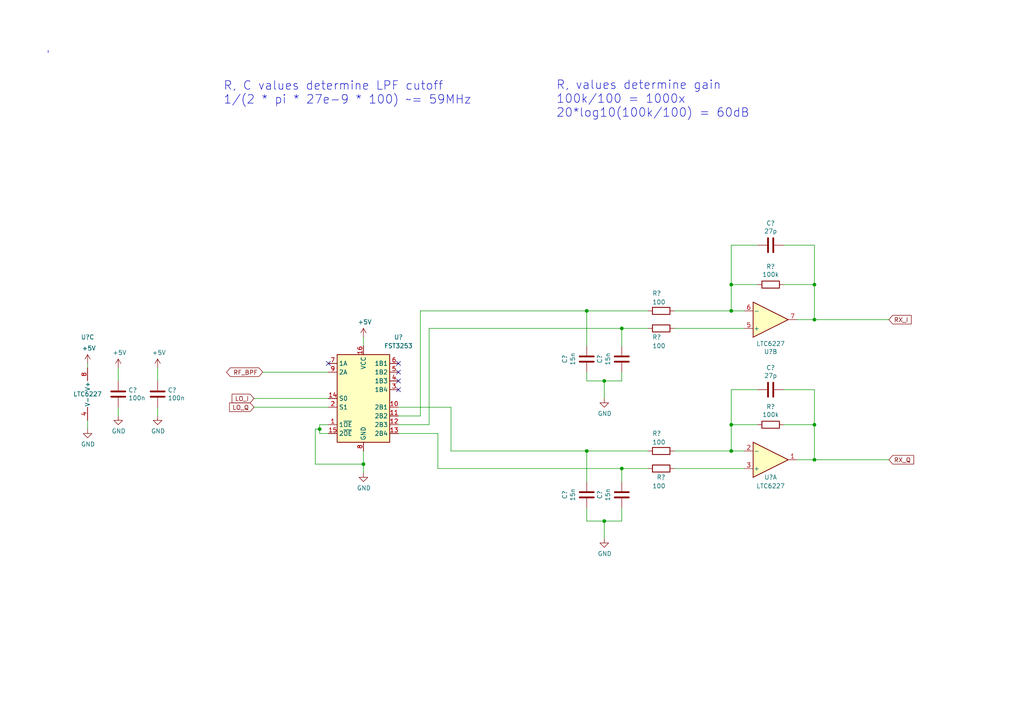
<source format=kicad_sch>
(kicad_sch (version 20230121) (generator eeschema)
  (paper "A4")
  (lib_symbols
    (symbol "Amplifier_Operational:LM4562" (pin_names (offset 0.127))
      (property "Reference" "U" (at 0 5.08 0))
      (property "Value" "LM4562" (at 0 -5.08 0))
      (symbol "LM4562_1_1"
        (polyline (pts (xy -5.08 5.08) (xy 5.08 0) (xy -5.08 -5.08) (xy -5.08 5.08)) (stroke (width 0.254)) (fill (type background)))
        (pin output line (at 7.62 0 180) (length 2.54) (name "~") (number "1"))
        (pin input line (at -7.62 -2.54 0) (length 2.54) (name "-") (number "2"))
        (pin input line (at -7.62 2.54 0) (length 2.54) (name "+") (number "3"))
      )
      (symbol "LM4562_2_1"
        (polyline (pts (xy -5.08 5.08) (xy 5.08 0) (xy -5.08 -5.08) (xy -5.08 5.08)) (stroke (width 0.254)) (fill (type background)))
        (pin input line (at -7.62 2.54 0) (length 2.54) (name "+") (number "5"))
        (pin input line (at -7.62 -2.54 0) (length 2.54) (name "-") (number "6"))
        (pin output line (at 7.62 0 180) (length 2.54) (name "~") (number "7"))
      )
      (symbol "LM4562_3_1"
        (pin power_in line (at -2.54 -7.62 90) (length 3.81) (name "V-") (number "4"))
        (pin power_in line (at -2.54 7.62 270) (length 3.81) (name "V+") (number "8"))
      )
    )
    (symbol "Device:C" (pin_numbers hide) (pin_names (offset 0.254))
      (property "Reference" "C" (at 0.635 2.54 0))
      (property "Value" "C" (at 0.635 -2.54 0))
      (symbol "C_0_1"
        (polyline (pts (xy -2.032 -0.762) (xy 2.032 -0.762)) (stroke (width 0.508)))
        (polyline (pts (xy -2.032 0.762) (xy 2.032 0.762)) (stroke (width 0.508)))
      )
      (symbol "C_1_1"
        (pin passive line (at 0 3.81 270) (length 2.794) (name "~") (number "1"))
        (pin passive line (at 0 -3.81 90) (length 2.794) (name "~") (number "2"))
      )
    )
    (symbol "Device:R" (pin_numbers hide) (pin_names (offset 0))
      (property "Reference" "R" (at 2.032 0 90))
      (property "Value" "R" (at 0 0 90))
      (symbol "R_0_1"
        (rectangle (start -1.016 -2.54) (end 1.016 2.54) (stroke (width 0.254)))
      )
      (symbol "R_1_1"
        (pin passive line (at 0 3.81 270) (length 1.27) (name "~") (number "1"))
        (pin passive line (at 0 -3.81 90) (length 1.27) (name "~") (number "2"))
      )
    )
    (symbol "RADIO-rescue:FST5253-xcvr_components"
      (property "Reference" "U" (at -7.62 13.97 0))
      (property "Value" "FST5253-xcvr_components" (at -11.43 -13.97 0))
      (symbol "FST5253-xcvr_components_0_1"
        (rectangle (start -7.62 12.7) (end 7.62 -12.7) (stroke (width 0.254)) (fill (type background)))
        (rectangle (start 7.62 -12.7) (end 7.62 -12.7))
      )
      (symbol "FST5253-xcvr_components_1_1"
        (pin input line (at -10.16 -7.62 0) (length 2.54) (name "1~{OE}") (number "1"))
        (pin bidirectional line (at 10.16 -2.54 180) (length 2.54) (name "2B1") (number "10"))
        (pin bidirectional line (at 10.16 -5.08 180) (length 2.54) (name "2B2") (number "11"))
        (pin bidirectional line (at 10.16 -7.62 180) (length 2.54) (name "2B3") (number "12"))
        (pin bidirectional line (at 10.16 -10.16 180) (length 2.54) (name "2B4") (number "13"))
        (pin input line (at -10.16 0 0) (length 2.54) (name "S0") (number "14"))
        (pin input line (at -10.16 -10.16 0) (length 2.54) (name "2~{OE}") (number "15"))
        (pin power_in line (at 0 15.24 270) (length 2.54) (name "VCC") (number "16"))
        (pin input line (at -10.16 -2.54 0) (length 2.54) (name "S1") (number "2"))
        (pin bidirectional line (at 10.16 2.54 180) (length 2.54) (name "1B4") (number "3"))
        (pin bidirectional line (at 10.16 5.08 180) (length 2.54) (name "1B3") (number "4"))
        (pin bidirectional line (at 10.16 7.62 180) (length 2.54) (name "1B2") (number "5"))
        (pin bidirectional line (at 10.16 10.16 180) (length 2.54) (name "1B1") (number "6"))
        (pin bidirectional line (at -10.16 10.16 0) (length 2.54) (name "1A") (number "7"))
        (pin power_in line (at 0 -15.24 90) (length 2.54) (name "GND") (number "8"))
        (pin bidirectional line (at -10.16 7.62 0) (length 2.54) (name "2A") (number "9"))
      )
    )
    (symbol "power:+5V" (power) (pin_names (offset 0))
      (property "Value" "+5V" (at 0 3.556 0))
      (symbol "+5V_0_1"
        (polyline (pts (xy -0.762 1.27) (xy 0 2.54)))
        (polyline (pts (xy 0 0) (xy 0 2.54)))
        (polyline (pts (xy 0 2.54) (xy 0.762 1.27)))
      )
      (symbol "+5V_1_1"
        (pin power_in line (at 0 0 90) (length 0) hide (name "+5V") (number "1"))
      )
    )
    (symbol "power:GND" (power) (pin_names (offset 0))
      (property "Value" "GND" (at 0 -3.81 0))
      (symbol "GND_0_1"
        (polyline (pts (xy 0 0) (xy 0 -1.27) (xy 1.27 -1.27) (xy 0 -2.54) (xy -1.27 -1.27) (xy 0 -1.27)))
      )
      (symbol "GND_1_1"
        (pin power_in line (at 0 0 270) (length 0) hide (name "GND") (number "1"))
      )
    )
  )
  (junction (at 212.09 82.55))
  (junction (at 236.22 92.71))
  (junction (at 236.22 133.35))
  (junction (at 212.09 130.81))
  (junction (at 212.09 123.19))
  (junction (at 92.71 124.46))
  (junction (at 236.22 82.55))
  (junction (at 175.26 110.49))
  (junction (at 175.26 151.13))
  (junction (at 212.09 90.17))
  (junction (at 105.41 134.62))
  (junction (at 170.18 130.81))
  (junction (at 180.34 135.89))
  (junction (at 170.18 90.17))
  (junction (at 236.22 123.19))
  (junction (at 180.34 95.25))
  (no_connect (at 115.57 107.95))
  (no_connect (at 115.57 113.03))
  (no_connect (at 115.57 105.41))
  (no_connect (at 115.57 110.49))
  (no_connect (at 95.25 105.41))
  (wire (pts (xy 25.4 121.92) (xy 25.4 124.46)))
  (wire (pts (xy 124.46 95.25) (xy 180.34 95.25)))
  (wire (pts (xy 212.09 113.03) (xy 212.09 123.19)))
  (wire (pts (xy 180.34 147.32) (xy 180.34 151.13)))
  (wire (pts (xy 227.33 82.55) (xy 236.22 82.55)))
  (wire (pts (xy 180.34 100.33) (xy 180.34 95.25)))
  (wire (pts (xy 212.09 123.19) (xy 212.09 130.81)))
  (wire (pts (xy 25.4 105.41) (xy 25.4 106.68)))
  (wire (pts (xy 175.26 110.49) (xy 170.18 110.49)))
  (wire (pts (xy 212.09 130.81) (xy 215.9 130.81)))
  (wire (pts (xy 195.58 90.17) (xy 212.09 90.17)))
  (wire (pts (xy 219.71 113.03) (xy 212.09 113.03)))
  (wire (pts (xy 34.29 106.68) (xy 34.29 110.49)))
  (wire (pts (xy 115.57 120.65) (xy 121.92 120.65)))
  (wire (pts (xy 121.92 120.65) (xy 121.92 90.17)))
  (wire (pts (xy 212.09 82.55) (xy 219.71 82.55)))
  (wire (pts (xy 236.22 71.12) (xy 236.22 82.55)))
  (wire (pts (xy 236.22 113.03) (xy 236.22 123.19)))
  (wire (pts (xy 115.57 118.11) (xy 130.81 118.11)))
  (wire (pts (xy 195.58 135.89) (xy 215.9 135.89)))
  (wire (pts (xy 170.18 107.95) (xy 170.18 110.49)))
  (wire (pts (xy 212.09 71.12) (xy 212.09 82.55)))
  (wire (pts (xy 127 125.73) (xy 115.57 125.73)))
  (wire (pts (xy 180.34 107.95) (xy 180.34 110.49)))
  (wire (pts (xy 92.71 124.46) (xy 92.71 123.19)))
  (wire (pts (xy 236.22 92.71) (xy 231.14 92.71)))
  (wire (pts (xy 170.18 147.32) (xy 170.18 151.13)))
  (wire (pts (xy 45.72 118.11) (xy 45.72 120.65)))
  (wire (pts (xy 91.44 124.46) (xy 92.71 124.46)))
  (wire (pts (xy 175.26 151.13) (xy 180.34 151.13)))
  (wire (pts (xy 105.41 97.79) (xy 105.41 100.33)))
  (wire (pts (xy 195.58 95.25) (xy 215.9 95.25)))
  (wire (pts (xy 180.34 95.25) (xy 187.96 95.25)))
  (wire (pts (xy 127 135.89) (xy 127 125.73)))
  (wire (pts (xy 215.9 90.17) (xy 212.09 90.17)))
  (wire (pts (xy 175.26 151.13) (xy 175.26 156.21)))
  (wire (pts (xy 92.71 125.73) (xy 92.71 124.46)))
  (wire (pts (xy 170.18 130.81) (xy 187.96 130.81)))
  (wire (pts (xy 45.72 106.68) (xy 45.72 110.49)))
  (wire (pts (xy 219.71 123.19) (xy 212.09 123.19)))
  (wire (pts (xy 236.22 133.35) (xy 231.14 133.35)))
  (wire (pts (xy 236.22 92.71) (xy 257.81 92.71)))
  (wire (pts (xy 170.18 130.81) (xy 170.18 139.7)))
  (wire (pts (xy 130.81 118.11) (xy 130.81 130.81)))
  (wire (pts (xy 91.44 134.62) (xy 105.41 134.62)))
  (wire (pts (xy 180.34 135.89) (xy 187.96 135.89)))
  (wire (pts (xy 95.25 125.73) (xy 92.71 125.73)))
  (wire (pts (xy 170.18 151.13) (xy 175.26 151.13)))
  (wire (pts (xy 236.22 123.19) (xy 236.22 133.35)))
  (wire (pts (xy 195.58 130.81) (xy 212.09 130.81)))
  (wire (pts (xy 105.41 134.62) (xy 105.41 137.16)))
  (polyline (pts (xy 13.97 14.605) (xy 13.97 15.24)))
  (wire (pts (xy 212.09 90.17) (xy 212.09 82.55)))
  (wire (pts (xy 227.33 123.19) (xy 236.22 123.19)))
  (wire (pts (xy 115.57 123.19) (xy 124.46 123.19)))
  (wire (pts (xy 124.46 123.19) (xy 124.46 95.25)))
  (wire (pts (xy 236.22 82.55) (xy 236.22 92.71)))
  (wire (pts (xy 170.18 90.17) (xy 170.18 100.33)))
  (wire (pts (xy 105.41 130.81) (xy 105.41 134.62)))
  (wire (pts (xy 127 135.89) (xy 180.34 135.89)))
  (wire (pts (xy 130.81 130.81) (xy 170.18 130.81)))
  (wire (pts (xy 175.26 110.49) (xy 175.26 115.57)))
  (wire (pts (xy 170.18 90.17) (xy 187.96 90.17)))
  (wire (pts (xy 180.34 139.7) (xy 180.34 135.89)))
  (wire (pts (xy 73.66 118.11) (xy 95.25 118.11)))
  (wire (pts (xy 175.26 110.49) (xy 180.34 110.49)))
  (wire (pts (xy 34.29 118.11) (xy 34.29 120.65)))
  (wire (pts (xy 227.33 71.12) (xy 236.22 71.12)))
  (wire (pts (xy 91.44 124.46) (xy 91.44 134.62)))
  (wire (pts (xy 92.71 123.19) (xy 95.25 123.19)))
  (wire (pts (xy 236.22 133.35) (xy 257.81 133.35)))
  (wire (pts (xy 76.2 107.95) (xy 95.25 107.95)))
  (wire (pts (xy 73.66 115.57) (xy 95.25 115.57)))
  (wire (pts (xy 219.71 71.12) (xy 212.09 71.12)))
  (wire (pts (xy 227.33 113.03) (xy 236.22 113.03)))
  (wire (pts (xy 121.92 90.17) (xy 170.18 90.17)))
  (text "R, values determine gain\n100k/100 = 1000x\n20*log10(100k/100) = 60dB" (at 161.29 34.29 0) (effects (font (size 2.5 2.5)) (justify left bottom)))
  (text "R, C values determine LPF cutoff\n1/(2 * pi * 27e-9 * 100) ~= 59MHz" (at 64.77 30.48 0) (effects (font (size 2.5 2.5)) (justify left bottom)))
  (global_label "RX_I" (shape input) (at 257.81 92.71 0) (property "Intersheetrefs" "${INTERSHEET_REFS}" (effects hide)))
  (global_label "RF_BPF" (shape bidirectional) (at 76.2 107.95 180) (property "Intersheetrefs" "${INTERSHEET_REFS}" (effects hide)))
  (global_label "RX_Q" (shape input) (at 257.81 133.35 0) (property "Intersheetrefs" "${INTERSHEET_REFS}" (effects hide)))
  (global_label "LO_Q" (shape input) (at 73.66 118.11 180) (property "Intersheetrefs" "${INTERSHEET_REFS}" (effects hide)))
  (global_label "LO_I" (shape input) (at 73.66 115.57 180) (property "Intersheetrefs" "${INTERSHEET_REFS}" (effects hide)))
  (symbol (lib_id "Device:C") (at 223.52 113.03 90) (unit 1)
    (property "Reference" "C?" (at 223.52 106.6546 90))
    (property "Value" "27p" (at 223.52 108.966 90))
    (property "Footprint" "Capacitor_SMD:C_0805_2012Metric" (effects hide))
    (instances (project "RADIO" (path "" (reference "C?") (unit 1))) (project "pico_rx" (path "" (reference "C31") (unit 1))))
  )
  (symbol (lib_id "power:GND") (at 45.72 120.65 0) (unit 1)
    (property "Reference" "#PWR?" (effects hide))
    (property "Value" "GND" (at 45.847 125.0442 0))
    (instances (project "RADIO" (path "" (reference "#PWR?") (unit 1))) (project "pico_rx" (path "" (reference "#PWR023") (unit 1))))
  )
  (symbol (lib_id "Device:R") (at 223.52 123.19 90) (unit 1)
    (property "Reference" "R?" (at 223.52 117.9576 90))
    (property "Value" "100k" (at 223.52 120.269 90))
    (property "Footprint" "Resistor_SMD:R_0805_2012Metric" (effects hide))
    (instances (project "RADIO" (path "" (reference "R?") (unit 1))) (project "pico_rx" (path "" (reference "R8") (unit 1))))
  )
  (symbol (lib_id "Device:R") (at 223.52 82.55 90) (unit 1)
    (property "Reference" "R?" (at 223.52 77.3176 90))
    (property "Value" "100k" (at 223.52 79.629 90))
    (property "Footprint" "Resistor_SMD:R_0805_2012Metric" (effects hide))
    (instances (project "RADIO" (path "" (reference "R?") (unit 1))) (project "pico_rx" (path "" (reference "R7") (unit 1))))
  )
  (symbol (lib_id "Device:R") (at 191.77 135.89 270) (unit 1)
    (property "Reference" "R?" (at 193.04 138.43 90) (effects (justify right)))
    (property "Value" "100" (at 193.04 140.97 90) (effects (justify right)))
    (property "Footprint" "Resistor_SMD:R_0805_2012Metric" (effects hide))
    (instances (project "RADIO" (path "" (reference "R?") (unit 1))) (project "pico_rx" (path "" (reference "R6") (unit 1))))
  )
  (symbol (lib_id "power:GND") (at 105.41 137.16 0) (unit 1)
    (property "Reference" "#PWR?" (effects hide))
    (property "Value" "GND" (at 105.537 141.5542 0))
    (instances (project "RADIO" (path "" (reference "#PWR?") (unit 1))) (project "pico_rx" (path "" (reference "#PWR021") (unit 1))))
  )
  (symbol (lib_id "power:GND") (at 34.29 120.65 0) (unit 1)
    (property "Reference" "#PWR?" (effects hide))
    (property "Value" "GND" (at 34.417 125.0442 0))
    (instances (project "RADIO" (path "" (reference "#PWR?") (unit 1))) (project "pico_rx" (path "" (reference "#PWR019") (unit 1))))
  )
  (symbol (lib_id "power:GND") (at 25.4 124.46 0) (unit 1)
    (property "Reference" "#PWR?" (effects hide))
    (property "Value" "GND" (at 25.527 128.8542 0))
    (instances (project "RADIO" (path "" (reference "#PWR?") (unit 1))) (project "pico_rx" (path "" (reference "#PWR017") (unit 1))))
  )
  (symbol (lib_id "power:+5V") (at 105.41 97.79 0) (unit 1)
    (property "Reference" "#PWR?" (effects hide))
    (property "Value" "+5V" (at 105.791 93.3958 0))
    (instances (project "RADIO" (path "" (reference "#PWR?") (unit 1))) (project "pico_rx" (path "" (reference "#PWR020") (unit 1))))
  )
  (symbol (lib_id "RADIO-rescue:FST5253-xcvr_components") (at 105.41 115.57 0) (unit 1)
    (property "Reference" "U?" (at 115.57 97.79 0))
    (property "Value" "FST3253" (at 115.57 100.33 0))
    (property "Footprint" "Package_SO:SOIC-16_3.9x9.9mm_P1.27mm" (effects hide))
    (property "Datasheet" "http://www.ti.com/lit/gpn/sn74cbt3253" (effects hide))
    (instances (project "RADIO" (path "" (reference "U?") (unit 1)) (path "" (reference "U?") (unit 1))) (project "pico_rx" (path "" (reference "U4") (unit 1))))
  )
  (symbol (lib_id "Device:C") (at 180.34 143.51 180) (unit 1)
    (property "Reference" "C?" (at 173.9646 143.51 90))
    (property "Value" "15n" (at 176.276 143.51 90))
    (property "Footprint" "Capacitor_SMD:C_0805_2012Metric" (effects hide))
    (instances (project "RADIO" (path "" (reference "C?") (unit 1))) (project "pico_rx" (path "" (reference "C29") (unit 1))))
  )
  (symbol (lib_id "power:+5V") (at 45.72 106.68 0) (unit 1)
    (property "Reference" "#PWR?" (effects hide))
    (property "Value" "+5V" (at 46.101 102.2858 0))
    (instances (project "RADIO" (path "" (reference "#PWR?") (unit 1))) (project "pico_rx" (path "" (reference "#PWR022") (unit 1))))
  )
  (symbol (lib_id "Device:C") (at 180.34 104.14 180) (unit 1)
    (property "Reference" "C?" (at 173.9646 104.14 90))
    (property "Value" "15n" (at 176.276 104.14 90))
    (property "Footprint" "Capacitor_SMD:C_0805_2012Metric" (effects hide))
    (instances (project "RADIO" (path "" (reference "C?") (unit 1))) (project "pico_rx" (path "" (reference "C28") (unit 1))))
  )
  (symbol (lib_id "power:+5V") (at 25.4 105.41 0) (unit 1)
    (property "Reference" "#PWR?" (effects hide))
    (property "Value" "+5V" (at 25.781 101.0158 0))
    (instances (project "RADIO" (path "" (reference "#PWR?") (unit 1))) (project "pico_rx" (path "" (reference "#PWR016") (unit 1))))
  )
  (symbol (lib_id "Device:C") (at 170.18 143.51 180) (unit 1)
    (property "Reference" "C?" (at 163.8046 143.51 90))
    (property "Value" "15n" (at 166.116 143.51 90))
    (property "Footprint" "Capacitor_SMD:C_0805_2012Metric" (effects hide))
    (instances (project "RADIO" (path "" (reference "C?") (unit 1))) (project "pico_rx" (path "" (reference "C27") (unit 1))))
  )
  (symbol (lib_id "power:GND") (at 175.26 156.21 0) (unit 1)
    (property "Reference" "#PWR?" (effects hide))
    (property "Value" "GND" (at 175.387 160.6042 0))
    (instances (project "RADIO" (path "" (reference "#PWR?") (unit 1))) (project "pico_rx" (path "" (reference "#PWR025") (unit 1))))
  )
  (symbol (lib_id "Device:R") (at 191.77 90.17 270) (unit 1)
    (property "Reference" "R?" (at 191.77 85.09 90) (effects (justify right)))
    (property "Value" "100" (at 193.04 87.63 90) (effects (justify right)))
    (property "Footprint" "Resistor_SMD:R_0805_2012Metric" (effects hide))
    (instances (project "RADIO" (path "" (reference "R?") (unit 1))) (project "pico_rx" (path "" (reference "R3") (unit 1))))
  )
  (symbol (lib_id "Device:R") (at 191.77 130.81 270) (unit 1)
    (property "Reference" "R?" (at 191.77 125.73 90) (effects (justify right)))
    (property "Value" "100" (at 193.04 128.27 90) (effects (justify right)))
    (property "Footprint" "Resistor_SMD:R_0805_2012Metric" (effects hide))
    (instances (project "RADIO" (path "" (reference "R?") (unit 1))) (project "pico_rx" (path "" (reference "R5") (unit 1))))
  )
  (symbol (lib_id "Device:C") (at 170.18 104.14 180) (unit 1)
    (property "Reference" "C?" (at 163.8046 104.14 90))
    (property "Value" "15n" (at 166.116 104.14 90))
    (property "Footprint" "Capacitor_SMD:C_0805_2012Metric" (effects hide))
    (instances (project "RADIO" (path "" (reference "C?") (unit 1))) (project "pico_rx" (path "" (reference "C26") (unit 1))))
  )
  (symbol (lib_id "Device:C") (at 45.72 114.3 0) (unit 1)
    (property "Reference" "C?" (at 48.641 113.157 0) (effects (justify left)))
    (property "Value" "100n" (at 48.641 115.443 0) (effects (justify left)))
    (property "Footprint" "Capacitor_SMD:C_0805_2012Metric" (effects hide))
    (instances (project "RADIO" (path "" (reference "C?") (unit 1))) (project "pico_rx" (path "" (reference "C25") (unit 1))))
  )
  (symbol (lib_id "Device:C") (at 34.29 114.3 0) (unit 1)
    (property "Reference" "C?" (at 37.211 113.157 0) (effects (justify left)))
    (property "Value" "100n" (at 37.211 115.443 0) (effects (justify left)))
    (property "Footprint" "Capacitor_SMD:C_0805_2012Metric" (effects hide))
    (instances (project "RADIO" (path "" (reference "C?") (unit 1))) (project "pico_rx" (path "" (reference "C24") (unit 1))))
  )
  (symbol (lib_id "Device:R") (at 191.77 95.25 270) (unit 1)
    (property "Reference" "R?" (at 191.77 97.79 90) (effects (justify right)))
    (property "Value" "100" (at 193.04 100.33 90) (effects (justify right)))
    (property "Footprint" "Resistor_SMD:R_0805_2012Metric" (effects hide))
    (instances (project "RADIO" (path "" (reference "R?") (unit 1))) (project "pico_rx" (path "" (reference "R4") (unit 1))))
  )
  (symbol (lib_id "Amplifier_Operational:LM4562") (at 223.52 92.71 0) (mirror x) (unit 2)
    (property "Reference" "U?" (at 223.52 102.0064 0))
    (property "Value" "LTC6227" (at 223.52 99.695 0))
    (property "Footprint" "Package_SO:MSOP-8-1EP_3x3mm_P0.65mm_EP1.68x1.88mm" (effects hide))
    (property "Datasheet" "http://www.ti.com/lit/ds/symlink/lm4562.pdf" (effects hide))
    (instances (project "RADIO" (path "" (reference "U?") (unit 2))) (project "pico_rx" (path "" (reference "U3") (unit 2))))
  )
  (symbol (lib_id "power:GND") (at 175.26 115.57 0) (unit 1)
    (property "Reference" "#PWR?" (effects hide))
    (property "Value" "GND" (at 175.387 119.9642 0))
    (instances (project "RADIO" (path "" (reference "#PWR?") (unit 1))) (project "pico_rx" (path "" (reference "#PWR024") (unit 1))))
  )
  (symbol (lib_id "Amplifier_Operational:LM4562") (at 27.94 114.3 0) (unit 3)
    (property "Reference" "U?" (at 25.4 97.79 0))
    (property "Value" "LTC6227" (at 25.4 114.3 0))
    (property "Footprint" "Package_SO:MSOP-8-1EP_3x3mm_P0.65mm_EP1.68x1.88mm" (effects hide))
    (property "Datasheet" "http://www.ti.com/lit/ds/symlink/lm4562.pdf" (effects hide))
    (instances (project "RADIO" (path "" (reference "U?") (unit 3))) (project "pico_rx" (path "" (reference "U3") (unit 3))))
  )
  (symbol (lib_id "Amplifier_Operational:LM4562") (at 223.52 133.35 0) (mirror x) (unit 1)
    (property "Reference" "U?" (at 223.52 138.43 0))
    (property "Value" "LTC6227" (at 223.52 140.97 0))
    (property "Footprint" "Package_SO:MSOP-8-1EP_3x3mm_P0.65mm_EP1.68x1.88mm" (effects hide))
    (property "Datasheet" "http://www.ti.com/lit/ds/symlink/lm4562.pdf" (effects hide))
    (instances (project "RADIO" (path "" (reference "U?") (unit 1))) (project "pico_rx" (path "" (reference "U3") (unit 1))))
  )
  (symbol (lib_id "power:+5V") (at 34.29 106.68 0) (unit 1)
    (property "Reference" "#PWR?" (effects hide))
    (property "Value" "+5V" (at 34.671 102.2858 0))
    (instances (project "RADIO" (path "" (reference "#PWR?") (unit 1))) (project "pico_rx" (path "" (reference "#PWR018") (unit 1))))
  )
  (symbol (lib_id "Device:C") (at 223.52 71.12 90) (unit 1)
    (property "Reference" "C?" (at 223.52 64.7446 90))
    (property "Value" "27p" (at 223.52 67.056 90))
    (property "Footprint" "Capacitor_SMD:C_0805_2012Metric" (effects hide))
    (instances (project "RADIO" (path "" (reference "C?") (unit 1))) (project "pico_rx" (path "" (reference "C30") (unit 1))))
  )
)
</source>
